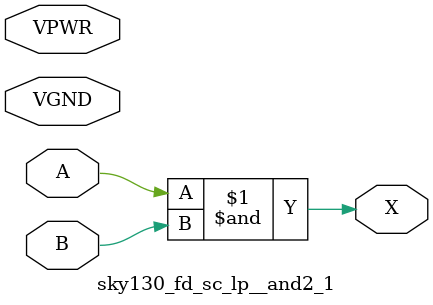
<source format=v>
module mux_2to1 (
    input A,
    input B,
    input SEL,
    output Y,
    input VPWR,
    input VGND
);

    wire not_sel;
    wire and1_out;
    wire and2_out;

    sky130_fd_sc_lp__not_1 not_gate_inst(
        .A(SEL),
        .X(not_sel),
        .VPWR(VPWR),
        .VGND(VGND)
    );

    sky130_fd_sc_lp__and2_1 and1_gate_inst(
        .A(A),
        .B(not_sel),
        .X(and1_out),
        .VPWR(VPWR),
        .VGND(VGND)
    );

    sky130_fd_sc_lp__and2_1 and2_gate_inst(
        .A(B),
        .B(SEL),
        .X(and2_out),
        .VPWR(VPWR),
        .VGND(VGND)
    );

    assign Y = and1_out | and2_out;

endmodule

module sky130_fd_sc_lp__not_1 (
    input A,
    output X,
    input VPWR,
    input VGND
);

    assign X = ~A;

endmodule

module sky130_fd_sc_lp__and2_1 (
    input A,
    input B,
    output X,
    input VPWR,
    input VGND
);

    assign X = A & B;

endmodule
</source>
